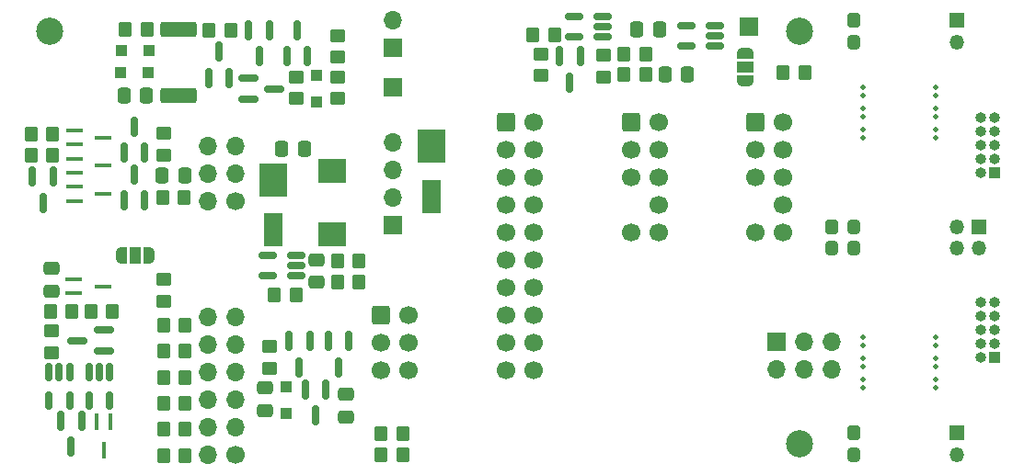
<source format=gbr>
G04 #@! TF.GenerationSoftware,KiCad,Pcbnew,(6.0.10-0)*
G04 #@! TF.CreationDate,2023-01-09T15:38:06+01:00*
G04 #@! TF.ProjectId,ATMEL-ICE-Octopus,41544d45-4c2d-4494-9345-2d4f63746f70,B6*
G04 #@! TF.SameCoordinates,Original*
G04 #@! TF.FileFunction,Soldermask,Bot*
G04 #@! TF.FilePolarity,Negative*
%FSLAX46Y46*%
G04 Gerber Fmt 4.6, Leading zero omitted, Abs format (unit mm)*
G04 Created by KiCad (PCBNEW (6.0.10-0)) date 2023-01-09 15:38:06*
%MOMM*%
%LPD*%
G01*
G04 APERTURE LIST*
G04 Aperture macros list*
%AMRoundRect*
0 Rectangle with rounded corners*
0 $1 Rounding radius*
0 $2 $3 $4 $5 $6 $7 $8 $9 X,Y pos of 4 corners*
0 Add a 4 corners polygon primitive as box body*
4,1,4,$2,$3,$4,$5,$6,$7,$8,$9,$2,$3,0*
0 Add four circle primitives for the rounded corners*
1,1,$1+$1,$2,$3*
1,1,$1+$1,$4,$5*
1,1,$1+$1,$6,$7*
1,1,$1+$1,$8,$9*
0 Add four rect primitives between the rounded corners*
20,1,$1+$1,$2,$3,$4,$5,0*
20,1,$1+$1,$4,$5,$6,$7,0*
20,1,$1+$1,$6,$7,$8,$9,0*
20,1,$1+$1,$8,$9,$2,$3,0*%
%AMOutline5P*
0 Free polygon, 5 corners , with rotation*
0 The origin of the aperture is its center*
0 number of corners: always 5*
0 $1 to $10 corner X, Y*
0 $11 Rotation angle, in degrees counterclockwise*
0 create outline with 5 corners*
4,1,5,$1,$2,$3,$4,$5,$6,$7,$8,$9,$10,$1,$2,$11*%
%AMOutline6P*
0 Free polygon, 6 corners , with rotation*
0 The origin of the aperture is its center*
0 number of corners: always 6*
0 $1 to $12 corner X, Y*
0 $13 Rotation angle, in degrees counterclockwise*
0 create outline with 6 corners*
4,1,6,$1,$2,$3,$4,$5,$6,$7,$8,$9,$10,$11,$12,$1,$2,$13*%
%AMOutline7P*
0 Free polygon, 7 corners , with rotation*
0 The origin of the aperture is its center*
0 number of corners: always 7*
0 $1 to $14 corner X, Y*
0 $15 Rotation angle, in degrees counterclockwise*
0 create outline with 7 corners*
4,1,7,$1,$2,$3,$4,$5,$6,$7,$8,$9,$10,$11,$12,$13,$14,$1,$2,$15*%
%AMOutline8P*
0 Free polygon, 8 corners , with rotation*
0 The origin of the aperture is its center*
0 number of corners: always 8*
0 $1 to $16 corner X, Y*
0 $17 Rotation angle, in degrees counterclockwise*
0 create outline with 8 corners*
4,1,8,$1,$2,$3,$4,$5,$6,$7,$8,$9,$10,$11,$12,$13,$14,$15,$16,$1,$2,$17*%
%AMFreePoly0*
4,1,22,0.550000,-0.750000,0.000000,-0.750000,0.000000,-0.745033,-0.079941,-0.743568,-0.215256,-0.701293,-0.333266,-0.622738,-0.424486,-0.514219,-0.481581,-0.384460,-0.499164,-0.250000,-0.500000,-0.250000,-0.500000,0.250000,-0.499164,0.250000,-0.499963,0.256109,-0.478152,0.396186,-0.417904,0.524511,-0.324060,0.630769,-0.204165,0.706417,-0.067858,0.745374,0.000000,0.744959,0.000000,0.750000,
0.550000,0.750000,0.550000,-0.750000,0.550000,-0.750000,$1*%
%AMFreePoly1*
4,1,20,0.000000,0.744959,0.073905,0.744508,0.209726,0.703889,0.328688,0.626782,0.421226,0.519385,0.479903,0.390333,0.500000,0.250000,0.500000,-0.250000,0.499851,-0.262216,0.476331,-0.402017,0.414519,-0.529596,0.319384,-0.634700,0.198574,-0.708877,0.061801,-0.746166,0.000000,-0.745033,0.000000,-0.750000,-0.550000,-0.750000,-0.550000,0.750000,0.000000,0.750000,0.000000,0.744959,
0.000000,0.744959,$1*%
G04 Aperture macros list end*
%ADD10C,0.500000*%
%ADD11C,2.500000*%
%ADD12C,1.700000*%
%ADD13O,1.700000X1.700000*%
%ADD14RoundRect,0.250000X-0.600000X-0.600000X0.600000X-0.600000X0.600000X0.600000X-0.600000X0.600000X0*%
%ADD15R,1.700000X1.700000*%
%ADD16RoundRect,0.250000X0.475000X-0.337500X0.475000X0.337500X-0.475000X0.337500X-0.475000X-0.337500X0*%
%ADD17R,2.600000X3.100000*%
%ADD18R,1.800000X3.100000*%
%ADD19Outline8P,-0.600000X0.460000X-0.360000X0.700000X0.360000X0.700000X0.600000X0.460000X0.600000X-0.460000X0.360000X-0.700000X-0.360000X-0.700000X-0.600000X-0.460000X180.000000*%
%ADD20RoundRect,0.420000X0.180000X0.280000X-0.180000X0.280000X-0.180000X-0.280000X0.180000X-0.280000X0*%
%ADD21RoundRect,0.250000X-0.450000X0.350000X-0.450000X-0.350000X0.450000X-0.350000X0.450000X0.350000X0*%
%ADD22R,1.000000X1.000000*%
%ADD23O,1.000000X1.000000*%
%ADD24RoundRect,0.250000X0.450000X-0.350000X0.450000X0.350000X-0.450000X0.350000X-0.450000X-0.350000X0*%
%ADD25RoundRect,0.250000X0.350000X0.450000X-0.350000X0.450000X-0.350000X-0.450000X0.350000X-0.450000X0*%
%ADD26RoundRect,0.250000X0.337500X0.475000X-0.337500X0.475000X-0.337500X-0.475000X0.337500X-0.475000X0*%
%ADD27RoundRect,0.150000X-0.150000X0.775000X-0.150000X-0.775000X0.150000X-0.775000X0.150000X0.775000X0*%
%ADD28RoundRect,0.250000X-0.337500X-0.475000X0.337500X-0.475000X0.337500X0.475000X-0.337500X0.475000X0*%
%ADD29R,1.500000X0.450000*%
%ADD30RoundRect,0.150000X0.775000X0.150000X-0.775000X0.150000X-0.775000X-0.150000X0.775000X-0.150000X0*%
%ADD31RoundRect,0.250000X-0.350000X-0.450000X0.350000X-0.450000X0.350000X0.450000X-0.350000X0.450000X0*%
%ADD32RoundRect,0.150000X0.150000X-0.775000X0.150000X0.775000X-0.150000X0.775000X-0.150000X-0.775000X0*%
%ADD33R,1.350000X1.350000*%
%ADD34O,1.350000X1.350000*%
%ADD35R,0.450000X1.500000*%
%ADD36RoundRect,0.150000X-0.150000X0.675000X-0.150000X-0.675000X0.150000X-0.675000X0.150000X0.675000X0*%
%ADD37R,2.500000X2.200000*%
%ADD38RoundRect,0.150000X0.675000X0.150000X-0.675000X0.150000X-0.675000X-0.150000X0.675000X-0.150000X0*%
%ADD39RoundRect,0.249999X-1.425001X0.450001X-1.425001X-0.450001X1.425001X-0.450001X1.425001X0.450001X0*%
%ADD40FreePoly0,270.000000*%
%ADD41R,1.500000X1.000000*%
%ADD42FreePoly1,270.000000*%
%ADD43RoundRect,0.150000X-0.775000X-0.150000X0.775000X-0.150000X0.775000X0.150000X-0.775000X0.150000X0*%
%ADD44FreePoly0,0.000000*%
%ADD45R,1.000000X1.500000*%
%ADD46FreePoly1,0.000000*%
G04 APERTURE END LIST*
D10*
G04 #@! TO.C,MB2*
X184600000Y-88120000D03*
X184600000Y-86950000D03*
X184600000Y-90050000D03*
X184600000Y-88880000D03*
X184600000Y-86190000D03*
X184600000Y-90810000D03*
G04 #@! TD*
D11*
G04 #@! TO.C,H1*
X103000000Y-81000000D03*
G04 #@! TD*
G04 #@! TO.C,H2*
X172000000Y-81000000D03*
G04 #@! TD*
D12*
G04 #@! TO.C,J9*
X120100000Y-120000000D03*
D13*
X117560000Y-120000000D03*
X120100000Y-117460000D03*
X117560000Y-117460000D03*
X120100000Y-114920000D03*
X117560000Y-114920000D03*
X120100000Y-112380000D03*
X117560000Y-112380000D03*
X120100000Y-109840000D03*
X117560000Y-109840000D03*
X120100000Y-107300000D03*
X117560000Y-107300000D03*
G04 #@! TD*
D14*
G04 #@! TO.C,J12*
X156500000Y-89400000D03*
D12*
X159040000Y-89400000D03*
X156500000Y-91940000D03*
X159040000Y-91940000D03*
X156500000Y-94480000D03*
X159040000Y-94480000D03*
X159040000Y-97020000D03*
X156500000Y-99560000D03*
X159040000Y-99560000D03*
G04 #@! TD*
D15*
G04 #@! TO.C,J6*
X167400000Y-80600000D03*
G04 #@! TD*
D11*
G04 #@! TO.C,H3*
X172000000Y-119000000D03*
G04 #@! TD*
D15*
G04 #@! TO.C,J18*
X169900000Y-109600000D03*
D13*
X169900000Y-112140000D03*
X172440000Y-109600000D03*
X172440000Y-112140000D03*
X174980000Y-109600000D03*
X174980000Y-112140000D03*
G04 #@! TD*
D15*
G04 #@! TO.C,J16*
X134600000Y-86125000D03*
G04 #@! TD*
D10*
G04 #@! TO.C,MB3*
X177900000Y-113050000D03*
X177900000Y-111880000D03*
X177900000Y-113810000D03*
X177900000Y-109190000D03*
X177900000Y-111120000D03*
X177900000Y-109950000D03*
G04 #@! TD*
D14*
G04 #@! TO.C,J14*
X133500000Y-107180000D03*
D12*
X136040000Y-107180000D03*
X133500000Y-109720000D03*
X136040000Y-109720000D03*
X133500000Y-112260000D03*
X136040000Y-112260000D03*
G04 #@! TD*
D14*
G04 #@! TO.C,J11*
X145000000Y-89400000D03*
D12*
X147540000Y-89400000D03*
X145000000Y-91940000D03*
X147540000Y-91940000D03*
X145000000Y-94480000D03*
X147540000Y-94480000D03*
X145000000Y-97020000D03*
X147540000Y-97020000D03*
X145000000Y-99560000D03*
X147540000Y-99560000D03*
X145000000Y-102100000D03*
X147540000Y-102100000D03*
X145000000Y-104640000D03*
X147540000Y-104640000D03*
X145000000Y-107180000D03*
X147540000Y-107180000D03*
X145000000Y-109720000D03*
X147540000Y-109720000D03*
X145000000Y-112260000D03*
X147540000Y-112260000D03*
G04 #@! TD*
D15*
G04 #@! TO.C,J17*
X134600000Y-82500000D03*
D13*
X134600000Y-79960000D03*
G04 #@! TD*
D10*
G04 #@! TO.C,MB4*
X184600000Y-111120000D03*
X184600000Y-113050000D03*
X184600000Y-109950000D03*
X184600000Y-111880000D03*
X184600000Y-113810000D03*
X184600000Y-109190000D03*
G04 #@! TD*
D14*
G04 #@! TO.C,J13*
X168000000Y-89400000D03*
D12*
X170540000Y-89400000D03*
X168000000Y-91940000D03*
X170540000Y-91940000D03*
X168000000Y-94480000D03*
X170540000Y-94480000D03*
X170540000Y-97020000D03*
X168000000Y-99560000D03*
X170540000Y-99560000D03*
G04 #@! TD*
D15*
G04 #@! TO.C,J15*
X134600000Y-98825000D03*
D13*
X134600000Y-96285000D03*
X134600000Y-93745000D03*
X134600000Y-91205000D03*
G04 #@! TD*
D10*
G04 #@! TO.C,MB1*
X177900000Y-86190000D03*
X177900000Y-88880000D03*
X177900000Y-90050000D03*
X177900000Y-86950000D03*
X177900000Y-90810000D03*
X177900000Y-88120000D03*
G04 #@! TD*
D12*
G04 #@! TO.C,J8*
X120100000Y-96700000D03*
D13*
X117560000Y-96700000D03*
X120100000Y-94160000D03*
X117560000Y-94160000D03*
X120100000Y-91620000D03*
X117560000Y-91620000D03*
G04 #@! TD*
D16*
G04 #@! TO.C,C11*
X122800000Y-115937500D03*
X122800000Y-113862500D03*
G04 #@! TD*
D17*
G04 #@! TO.C,D1*
X138200000Y-91600000D03*
D18*
X138200000Y-96200000D03*
G04 #@! TD*
D19*
G04 #@! TO.C,J31*
X177000000Y-80000000D03*
D20*
X177000000Y-82000000D03*
G04 #@! TD*
D21*
G04 #@! TO.C,R23*
X103200000Y-108600000D03*
X103200000Y-110600000D03*
G04 #@! TD*
D22*
G04 #@! TO.C,J1*
X190000000Y-111040000D03*
D23*
X188730000Y-111040000D03*
X190000000Y-109770000D03*
X188730000Y-109770000D03*
X190000000Y-108500000D03*
X188730000Y-108500000D03*
X190000000Y-107230000D03*
X188730000Y-107230000D03*
X190000000Y-105960000D03*
X188730000Y-105960000D03*
G04 #@! TD*
D24*
G04 #@! TO.C,R62*
X125700000Y-87200000D03*
X125700000Y-85200000D03*
G04 #@! TD*
D25*
G04 #@! TO.C,R89*
X103300000Y-90500000D03*
X101300000Y-90500000D03*
G04 #@! TD*
D24*
G04 #@! TO.C,R39*
X113500000Y-105900000D03*
X113500000Y-103900000D03*
G04 #@! TD*
D25*
G04 #@! TO.C,R41*
X135500000Y-120000000D03*
X133500000Y-120000000D03*
G04 #@! TD*
G04 #@! TO.C,R35*
X115500000Y-110500000D03*
X113500000Y-110500000D03*
G04 #@! TD*
D26*
G04 #@! TO.C,C71*
X126437500Y-91800000D03*
X124362500Y-91800000D03*
G04 #@! TD*
D22*
G04 #@! TO.C,J2*
X190000000Y-94040000D03*
D23*
X188730000Y-94040000D03*
X190000000Y-92770000D03*
X188730000Y-92770000D03*
X190000000Y-91500000D03*
X188730000Y-91500000D03*
X190000000Y-90230000D03*
X188730000Y-90230000D03*
X190000000Y-88960000D03*
X188730000Y-88960000D03*
G04 #@! TD*
D27*
G04 #@! TO.C,Q12*
X128650000Y-109575000D03*
X130550000Y-109575000D03*
X129600000Y-111975000D03*
G04 #@! TD*
D25*
G04 #@! TO.C,R73*
X131500000Y-102200000D03*
X129500000Y-102200000D03*
G04 #@! TD*
D28*
G04 #@! TO.C,C53*
X157062500Y-80800000D03*
X159137500Y-80800000D03*
G04 #@! TD*
D29*
G04 #@! TO.C,Q82*
X105300000Y-94050000D03*
X105300000Y-92750000D03*
X107960000Y-93400000D03*
G04 #@! TD*
D30*
G04 #@! TO.C,Q21*
X108000000Y-108550000D03*
X108000000Y-110450000D03*
X105600000Y-109500000D03*
G04 #@! TD*
D19*
G04 #@! TO.C,J32*
X175000000Y-99000000D03*
D20*
X177000000Y-99000000D03*
X175000000Y-101000000D03*
X177000000Y-101000000D03*
G04 #@! TD*
D31*
G04 #@! TO.C,R71*
X123700000Y-105300000D03*
X125700000Y-105300000D03*
G04 #@! TD*
D32*
G04 #@! TO.C,Q63*
X126750000Y-83300000D03*
X124850000Y-83300000D03*
X125800000Y-80900000D03*
G04 #@! TD*
D24*
G04 #@! TO.C,R55*
X148200000Y-85100000D03*
X148200000Y-83100000D03*
G04 #@! TD*
D33*
G04 #@! TO.C,J22*
X188500000Y-99000000D03*
D34*
X186500000Y-99000000D03*
X188500000Y-101000000D03*
X186500000Y-101000000D03*
G04 #@! TD*
D29*
G04 #@! TO.C,Q83*
X105300000Y-96650000D03*
X105300000Y-95350000D03*
X107960000Y-96000000D03*
G04 #@! TD*
D27*
G04 #@! TO.C,D41*
X104050000Y-116900000D03*
X105950000Y-116900000D03*
X105000000Y-119300000D03*
G04 #@! TD*
D31*
G04 #@! TO.C,R72*
X129500000Y-104100000D03*
X131500000Y-104100000D03*
G04 #@! TD*
D22*
G04 #@! TO.C,D63*
X109650000Y-82800000D03*
X112150000Y-82800000D03*
G04 #@! TD*
D33*
G04 #@! TO.C,J21*
X186500000Y-80000000D03*
D34*
X186500000Y-82000000D03*
G04 #@! TD*
D22*
G04 #@! TO.C,D62*
X127600000Y-87550000D03*
X127600000Y-85050000D03*
G04 #@! TD*
D24*
G04 #@! TO.C,R11*
X123300000Y-112037500D03*
X123300000Y-110037500D03*
G04 #@! TD*
D35*
G04 #@! TO.C,Q41*
X107350000Y-116970000D03*
X108650000Y-116970000D03*
X108000000Y-119630000D03*
G04 #@! TD*
D36*
G04 #@! TO.C,U42*
X102950000Y-112400000D03*
X103900000Y-112400000D03*
X104850000Y-112400000D03*
X104850000Y-115000000D03*
X102950000Y-115000000D03*
G04 #@! TD*
D37*
G04 #@! TO.C,L71*
X129000000Y-93900000D03*
X129000000Y-99700000D03*
G04 #@! TD*
D25*
G04 #@! TO.C,R32*
X115500000Y-117700000D03*
X113500000Y-117700000D03*
G04 #@! TD*
D38*
G04 #@! TO.C,U51*
X153900000Y-79650000D03*
X153900000Y-80600000D03*
X153900000Y-81550000D03*
X151300000Y-81550000D03*
X151300000Y-79650000D03*
G04 #@! TD*
D25*
G04 #@! TO.C,R22*
X105100000Y-106800000D03*
X103100000Y-106800000D03*
G04 #@! TD*
D38*
G04 #@! TO.C,U52*
X164200000Y-80450000D03*
X164200000Y-81400000D03*
X164200000Y-82350000D03*
X161600000Y-82350000D03*
X161600000Y-80450000D03*
G04 #@! TD*
D25*
G04 #@! TO.C,R31*
X115500000Y-120100000D03*
X113500000Y-120100000D03*
G04 #@! TD*
D38*
G04 #@! TO.C,U71*
X125700000Y-101650000D03*
X125700000Y-102600000D03*
X125700000Y-103550000D03*
X123100000Y-103550000D03*
X123100000Y-101650000D03*
G04 #@! TD*
D25*
G04 #@! TO.C,R53*
X157900000Y-83100000D03*
X155900000Y-83100000D03*
G04 #@! TD*
D21*
G04 #@! TO.C,R63*
X129500000Y-81400000D03*
X129500000Y-83400000D03*
G04 #@! TD*
D27*
G04 #@! TO.C,D51*
X149950000Y-83300000D03*
X151850000Y-83300000D03*
X150900000Y-85700000D03*
G04 #@! TD*
D17*
G04 #@! TO.C,D71*
X123600000Y-94700000D03*
D18*
X123600000Y-99300000D03*
G04 #@! TD*
D27*
G04 #@! TO.C,Q62*
X121350000Y-80900000D03*
X123250000Y-80900000D03*
X122300000Y-83300000D03*
G04 #@! TD*
D39*
G04 #@! TO.C,R66*
X114900000Y-80850000D03*
X114900000Y-86950000D03*
G04 #@! TD*
D26*
G04 #@! TO.C,C85*
X115437500Y-94300000D03*
X113362500Y-94300000D03*
G04 #@! TD*
D32*
G04 #@! TO.C,Q85*
X111750000Y-96600000D03*
X109850000Y-96600000D03*
X110800000Y-94200000D03*
G04 #@! TD*
D27*
G04 #@! TO.C,D88*
X101450000Y-94400000D03*
X103350000Y-94400000D03*
X102400000Y-96800000D03*
G04 #@! TD*
D16*
G04 #@! TO.C,C72*
X127600000Y-104137500D03*
X127600000Y-102062500D03*
G04 #@! TD*
D25*
G04 #@! TO.C,R61*
X119700000Y-80900000D03*
X117700000Y-80900000D03*
G04 #@! TD*
G04 #@! TO.C,R84*
X115400000Y-96300000D03*
X113400000Y-96300000D03*
G04 #@! TD*
G04 #@! TO.C,R34*
X115500000Y-112900000D03*
X113500000Y-112900000D03*
G04 #@! TD*
D21*
G04 #@! TO.C,R51*
X154000000Y-83200000D03*
X154000000Y-85200000D03*
G04 #@! TD*
D36*
G04 #@! TO.C,U41*
X106650000Y-112400000D03*
X107600000Y-112400000D03*
X108550000Y-112400000D03*
X108550000Y-115000000D03*
X106650000Y-115000000D03*
G04 #@! TD*
D29*
G04 #@! TO.C,U21*
X105270000Y-105150000D03*
X105270000Y-103850000D03*
X107930000Y-104500000D03*
G04 #@! TD*
D22*
G04 #@! TO.C,D11*
X124800000Y-113750000D03*
X124800000Y-116250000D03*
G04 #@! TD*
D16*
G04 #@! TO.C,C12*
X130300000Y-116537500D03*
X130300000Y-114462500D03*
G04 #@! TD*
D40*
G04 #@! TO.C,JP1*
X167000000Y-83000000D03*
D41*
X167000000Y-84300000D03*
D42*
X167000000Y-85600000D03*
G04 #@! TD*
D19*
G04 #@! TO.C,J33*
X177000000Y-118000000D03*
D20*
X177000000Y-120000000D03*
G04 #@! TD*
D28*
G04 #@! TO.C,C66*
X109862500Y-86900000D03*
X111937500Y-86900000D03*
G04 #@! TD*
D43*
G04 #@! TO.C,D61*
X121300000Y-87250000D03*
X121300000Y-85350000D03*
X123700000Y-86300000D03*
G04 #@! TD*
D31*
G04 #@! TO.C,R65*
X110000000Y-80800000D03*
X112000000Y-80800000D03*
G04 #@! TD*
D25*
G04 #@! TO.C,R33*
X115500000Y-115300000D03*
X113500000Y-115300000D03*
G04 #@! TD*
D33*
G04 #@! TO.C,J23*
X186500000Y-118000000D03*
D34*
X186500000Y-120000000D03*
G04 #@! TD*
D25*
G04 #@! TO.C,R54*
X149500000Y-81300000D03*
X147500000Y-81300000D03*
G04 #@! TD*
D27*
G04 #@! TO.C,D12*
X126550000Y-114000000D03*
X128450000Y-114000000D03*
X127500000Y-116400000D03*
G04 #@! TD*
D25*
G04 #@! TO.C,R88*
X103300000Y-92400000D03*
X101300000Y-92400000D03*
G04 #@! TD*
G04 #@! TO.C,R56*
X172500000Y-84800000D03*
X170500000Y-84800000D03*
G04 #@! TD*
D26*
G04 #@! TO.C,C51*
X161737500Y-85000000D03*
X159662500Y-85000000D03*
G04 #@! TD*
D31*
G04 #@! TO.C,R21*
X106800000Y-106800000D03*
X108800000Y-106800000D03*
G04 #@! TD*
D25*
G04 #@! TO.C,R36*
X115500000Y-108100000D03*
X113500000Y-108100000D03*
G04 #@! TD*
D16*
G04 #@! TO.C,C21*
X103200000Y-104937500D03*
X103200000Y-102862500D03*
G04 #@! TD*
D27*
G04 #@! TO.C,Q11*
X125050000Y-109575000D03*
X126950000Y-109575000D03*
X126000000Y-111975000D03*
G04 #@! TD*
D21*
G04 #@! TO.C,R85*
X113500000Y-90400000D03*
X113500000Y-92400000D03*
G04 #@! TD*
D25*
G04 #@! TO.C,R42*
X135500000Y-118100000D03*
X133500000Y-118100000D03*
G04 #@! TD*
D32*
G04 #@! TO.C,Q84*
X111750000Y-92200000D03*
X109850000Y-92200000D03*
X110800000Y-89800000D03*
G04 #@! TD*
D31*
G04 #@! TO.C,R52*
X155900000Y-85000000D03*
X157900000Y-85000000D03*
G04 #@! TD*
D24*
G04 #@! TO.C,R64*
X129500000Y-87200000D03*
X129500000Y-85200000D03*
G04 #@! TD*
D44*
G04 #@! TO.C,JP2*
X109600000Y-101700000D03*
D45*
X110900000Y-101700000D03*
D46*
X112200000Y-101700000D03*
G04 #@! TD*
D29*
G04 #@! TO.C,Q81*
X105300000Y-91450000D03*
X105300000Y-90150000D03*
X107960000Y-90800000D03*
G04 #@! TD*
D32*
G04 #@! TO.C,Q61*
X119550000Y-85300000D03*
X117650000Y-85300000D03*
X118600000Y-82900000D03*
G04 #@! TD*
D22*
G04 #@! TO.C,D64*
X112050000Y-84800000D03*
X109550000Y-84800000D03*
G04 #@! TD*
M02*

</source>
